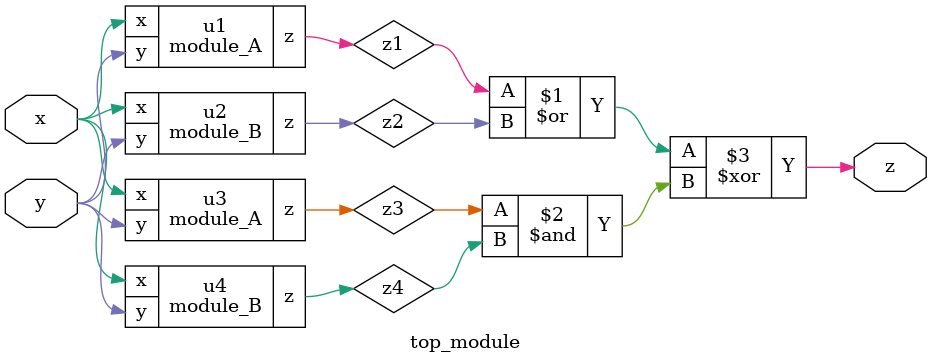
<source format=sv>
module module_A(
    input x,
    input y,
    output z
);
assign z = (x ^ y) & x;
endmodule
module module_B(
    input x,
    input y,
    output z
);
assign z = ((x == 0) & (y == 0)) | ((x == 1) & (y == 0)) | ((x == 0) & (y == 1));
endmodule
module top_module(
    input x,
    input y,
    output z
);
wire z1, z2, z3;

module_A u1(.x(x), .y(y), .z(z1));
module_B u2(.x(x), .y(y), .z(z2));

module_A u3(.x(x), .y(y), .z(z3));
module_B u4(.x(x), .y(y), .z(z4));

assign z = (z1 | z2) ^ (z3 & z4);
endmodule

</source>
